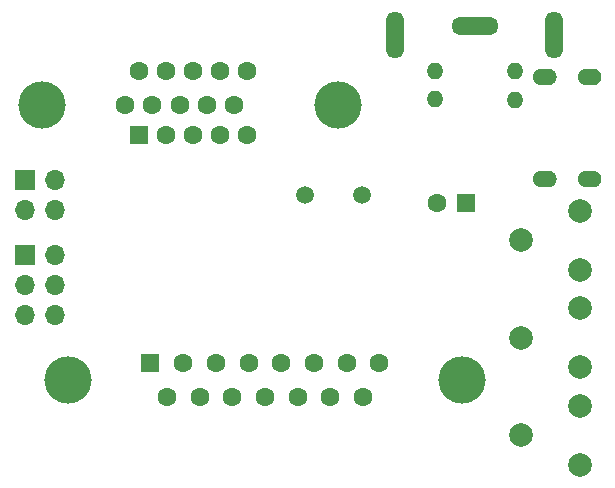
<source format=gbr>
%TF.GenerationSoftware,KiCad,Pcbnew,(6.0.6-0)*%
%TF.CreationDate,2022-10-23T01:51:18+09:00*%
%TF.ProjectId,Subaru,53756261-7275-42e6-9b69-6361645f7063,rev?*%
%TF.SameCoordinates,Original*%
%TF.FileFunction,Soldermask,Top*%
%TF.FilePolarity,Negative*%
%FSLAX46Y46*%
G04 Gerber Fmt 4.6, Leading zero omitted, Abs format (unit mm)*
G04 Created by KiCad (PCBNEW (6.0.6-0)) date 2022-10-23 01:51:18*
%MOMM*%
%LPD*%
G01*
G04 APERTURE LIST*
%ADD10C,0.010000*%
%ADD11C,2.000000*%
%ADD12C,4.000000*%
%ADD13R,1.600000X1.600000*%
%ADD14C,1.600000*%
%ADD15O,1.500000X4.000000*%
%ADD16O,4.000000X1.500000*%
%ADD17O,1.400000X1.400000*%
%ADD18R,1.700000X1.700000*%
%ADD19O,1.700000X1.700000*%
%ADD20C,1.500000*%
G04 APERTURE END LIST*
%TO.C,J3*%
G36*
X153534000Y-79236000D02*
G01*
X153568000Y-79239000D01*
X153602000Y-79243000D01*
X153635000Y-79249000D01*
X153668000Y-79257000D01*
X153701000Y-79267000D01*
X153733000Y-79278000D01*
X153764000Y-79291000D01*
X153795000Y-79306000D01*
X153825000Y-79322000D01*
X153854000Y-79340000D01*
X153882000Y-79359000D01*
X153909000Y-79380000D01*
X153935000Y-79402000D01*
X153960000Y-79425000D01*
X153983000Y-79450000D01*
X154005000Y-79476000D01*
X154026000Y-79503000D01*
X154045000Y-79531000D01*
X154063000Y-79560000D01*
X154079000Y-79590000D01*
X154094000Y-79621000D01*
X154107000Y-79652000D01*
X154118000Y-79684000D01*
X154128000Y-79717000D01*
X154136000Y-79750000D01*
X154142000Y-79783000D01*
X154146000Y-79817000D01*
X154149000Y-79851000D01*
X154150000Y-79885000D01*
X154149000Y-79919000D01*
X154146000Y-79953000D01*
X154142000Y-79987000D01*
X154136000Y-80020000D01*
X154128000Y-80053000D01*
X154118000Y-80086000D01*
X154107000Y-80118000D01*
X154094000Y-80149000D01*
X154079000Y-80180000D01*
X154063000Y-80210000D01*
X154045000Y-80239000D01*
X154026000Y-80267000D01*
X154005000Y-80294000D01*
X153983000Y-80320000D01*
X153960000Y-80345000D01*
X153935000Y-80368000D01*
X153909000Y-80390000D01*
X153882000Y-80411000D01*
X153854000Y-80430000D01*
X153825000Y-80448000D01*
X153795000Y-80464000D01*
X153764000Y-80479000D01*
X153733000Y-80492000D01*
X153701000Y-80503000D01*
X153668000Y-80513000D01*
X153635000Y-80521000D01*
X153602000Y-80527000D01*
X153568000Y-80531000D01*
X153534000Y-80534000D01*
X153500000Y-80535000D01*
X152900000Y-80535000D01*
X152866000Y-80534000D01*
X152832000Y-80531000D01*
X152798000Y-80527000D01*
X152765000Y-80521000D01*
X152732000Y-80513000D01*
X152699000Y-80503000D01*
X152667000Y-80492000D01*
X152636000Y-80479000D01*
X152605000Y-80464000D01*
X152575000Y-80448000D01*
X152546000Y-80430000D01*
X152518000Y-80411000D01*
X152491000Y-80390000D01*
X152465000Y-80368000D01*
X152440000Y-80345000D01*
X152417000Y-80320000D01*
X152395000Y-80294000D01*
X152374000Y-80267000D01*
X152355000Y-80239000D01*
X152337000Y-80210000D01*
X152321000Y-80180000D01*
X152306000Y-80149000D01*
X152293000Y-80118000D01*
X152282000Y-80086000D01*
X152272000Y-80053000D01*
X152264000Y-80020000D01*
X152258000Y-79987000D01*
X152254000Y-79953000D01*
X152251000Y-79919000D01*
X152250000Y-79885000D01*
X152251000Y-79851000D01*
X152254000Y-79817000D01*
X152258000Y-79783000D01*
X152264000Y-79750000D01*
X152272000Y-79717000D01*
X152282000Y-79684000D01*
X152293000Y-79652000D01*
X152306000Y-79621000D01*
X152321000Y-79590000D01*
X152337000Y-79560000D01*
X152355000Y-79531000D01*
X152374000Y-79503000D01*
X152395000Y-79476000D01*
X152417000Y-79450000D01*
X152440000Y-79425000D01*
X152465000Y-79402000D01*
X152491000Y-79380000D01*
X152518000Y-79359000D01*
X152546000Y-79340000D01*
X152575000Y-79322000D01*
X152605000Y-79306000D01*
X152636000Y-79291000D01*
X152667000Y-79278000D01*
X152699000Y-79267000D01*
X152732000Y-79257000D01*
X152765000Y-79249000D01*
X152798000Y-79243000D01*
X152832000Y-79239000D01*
X152866000Y-79236000D01*
X152900000Y-79235000D01*
X153500000Y-79235000D01*
X153534000Y-79236000D01*
G37*
D10*
X153534000Y-79236000D02*
X153568000Y-79239000D01*
X153602000Y-79243000D01*
X153635000Y-79249000D01*
X153668000Y-79257000D01*
X153701000Y-79267000D01*
X153733000Y-79278000D01*
X153764000Y-79291000D01*
X153795000Y-79306000D01*
X153825000Y-79322000D01*
X153854000Y-79340000D01*
X153882000Y-79359000D01*
X153909000Y-79380000D01*
X153935000Y-79402000D01*
X153960000Y-79425000D01*
X153983000Y-79450000D01*
X154005000Y-79476000D01*
X154026000Y-79503000D01*
X154045000Y-79531000D01*
X154063000Y-79560000D01*
X154079000Y-79590000D01*
X154094000Y-79621000D01*
X154107000Y-79652000D01*
X154118000Y-79684000D01*
X154128000Y-79717000D01*
X154136000Y-79750000D01*
X154142000Y-79783000D01*
X154146000Y-79817000D01*
X154149000Y-79851000D01*
X154150000Y-79885000D01*
X154149000Y-79919000D01*
X154146000Y-79953000D01*
X154142000Y-79987000D01*
X154136000Y-80020000D01*
X154128000Y-80053000D01*
X154118000Y-80086000D01*
X154107000Y-80118000D01*
X154094000Y-80149000D01*
X154079000Y-80180000D01*
X154063000Y-80210000D01*
X154045000Y-80239000D01*
X154026000Y-80267000D01*
X154005000Y-80294000D01*
X153983000Y-80320000D01*
X153960000Y-80345000D01*
X153935000Y-80368000D01*
X153909000Y-80390000D01*
X153882000Y-80411000D01*
X153854000Y-80430000D01*
X153825000Y-80448000D01*
X153795000Y-80464000D01*
X153764000Y-80479000D01*
X153733000Y-80492000D01*
X153701000Y-80503000D01*
X153668000Y-80513000D01*
X153635000Y-80521000D01*
X153602000Y-80527000D01*
X153568000Y-80531000D01*
X153534000Y-80534000D01*
X153500000Y-80535000D01*
X152900000Y-80535000D01*
X152866000Y-80534000D01*
X152832000Y-80531000D01*
X152798000Y-80527000D01*
X152765000Y-80521000D01*
X152732000Y-80513000D01*
X152699000Y-80503000D01*
X152667000Y-80492000D01*
X152636000Y-80479000D01*
X152605000Y-80464000D01*
X152575000Y-80448000D01*
X152546000Y-80430000D01*
X152518000Y-80411000D01*
X152491000Y-80390000D01*
X152465000Y-80368000D01*
X152440000Y-80345000D01*
X152417000Y-80320000D01*
X152395000Y-80294000D01*
X152374000Y-80267000D01*
X152355000Y-80239000D01*
X152337000Y-80210000D01*
X152321000Y-80180000D01*
X152306000Y-80149000D01*
X152293000Y-80118000D01*
X152282000Y-80086000D01*
X152272000Y-80053000D01*
X152264000Y-80020000D01*
X152258000Y-79987000D01*
X152254000Y-79953000D01*
X152251000Y-79919000D01*
X152250000Y-79885000D01*
X152251000Y-79851000D01*
X152254000Y-79817000D01*
X152258000Y-79783000D01*
X152264000Y-79750000D01*
X152272000Y-79717000D01*
X152282000Y-79684000D01*
X152293000Y-79652000D01*
X152306000Y-79621000D01*
X152321000Y-79590000D01*
X152337000Y-79560000D01*
X152355000Y-79531000D01*
X152374000Y-79503000D01*
X152395000Y-79476000D01*
X152417000Y-79450000D01*
X152440000Y-79425000D01*
X152465000Y-79402000D01*
X152491000Y-79380000D01*
X152518000Y-79359000D01*
X152546000Y-79340000D01*
X152575000Y-79322000D01*
X152605000Y-79306000D01*
X152636000Y-79291000D01*
X152667000Y-79278000D01*
X152699000Y-79267000D01*
X152732000Y-79257000D01*
X152765000Y-79249000D01*
X152798000Y-79243000D01*
X152832000Y-79239000D01*
X152866000Y-79236000D01*
X152900000Y-79235000D01*
X153500000Y-79235000D01*
X153534000Y-79236000D01*
G36*
X149734000Y-79236000D02*
G01*
X149768000Y-79239000D01*
X149802000Y-79243000D01*
X149835000Y-79249000D01*
X149868000Y-79257000D01*
X149901000Y-79267000D01*
X149933000Y-79278000D01*
X149964000Y-79291000D01*
X149995000Y-79306000D01*
X150025000Y-79322000D01*
X150054000Y-79340000D01*
X150082000Y-79359000D01*
X150109000Y-79380000D01*
X150135000Y-79402000D01*
X150160000Y-79425000D01*
X150183000Y-79450000D01*
X150205000Y-79476000D01*
X150226000Y-79503000D01*
X150245000Y-79531000D01*
X150263000Y-79560000D01*
X150279000Y-79590000D01*
X150294000Y-79621000D01*
X150307000Y-79652000D01*
X150318000Y-79684000D01*
X150328000Y-79717000D01*
X150336000Y-79750000D01*
X150342000Y-79783000D01*
X150346000Y-79817000D01*
X150349000Y-79851000D01*
X150350000Y-79885000D01*
X150349000Y-79919000D01*
X150346000Y-79953000D01*
X150342000Y-79987000D01*
X150336000Y-80020000D01*
X150328000Y-80053000D01*
X150318000Y-80086000D01*
X150307000Y-80118000D01*
X150294000Y-80149000D01*
X150279000Y-80180000D01*
X150263000Y-80210000D01*
X150245000Y-80239000D01*
X150226000Y-80267000D01*
X150205000Y-80294000D01*
X150183000Y-80320000D01*
X150160000Y-80345000D01*
X150135000Y-80368000D01*
X150109000Y-80390000D01*
X150082000Y-80411000D01*
X150054000Y-80430000D01*
X150025000Y-80448000D01*
X149995000Y-80464000D01*
X149964000Y-80479000D01*
X149933000Y-80492000D01*
X149901000Y-80503000D01*
X149868000Y-80513000D01*
X149835000Y-80521000D01*
X149802000Y-80527000D01*
X149768000Y-80531000D01*
X149734000Y-80534000D01*
X149700000Y-80535000D01*
X149100000Y-80535000D01*
X149066000Y-80534000D01*
X149032000Y-80531000D01*
X148998000Y-80527000D01*
X148965000Y-80521000D01*
X148932000Y-80513000D01*
X148899000Y-80503000D01*
X148867000Y-80492000D01*
X148836000Y-80479000D01*
X148805000Y-80464000D01*
X148775000Y-80448000D01*
X148746000Y-80430000D01*
X148718000Y-80411000D01*
X148691000Y-80390000D01*
X148665000Y-80368000D01*
X148640000Y-80345000D01*
X148617000Y-80320000D01*
X148595000Y-80294000D01*
X148574000Y-80267000D01*
X148555000Y-80239000D01*
X148537000Y-80210000D01*
X148521000Y-80180000D01*
X148506000Y-80149000D01*
X148493000Y-80118000D01*
X148482000Y-80086000D01*
X148472000Y-80053000D01*
X148464000Y-80020000D01*
X148458000Y-79987000D01*
X148454000Y-79953000D01*
X148451000Y-79919000D01*
X148450000Y-79885000D01*
X148451000Y-79851000D01*
X148454000Y-79817000D01*
X148458000Y-79783000D01*
X148464000Y-79750000D01*
X148472000Y-79717000D01*
X148482000Y-79684000D01*
X148493000Y-79652000D01*
X148506000Y-79621000D01*
X148521000Y-79590000D01*
X148537000Y-79560000D01*
X148555000Y-79531000D01*
X148574000Y-79503000D01*
X148595000Y-79476000D01*
X148617000Y-79450000D01*
X148640000Y-79425000D01*
X148665000Y-79402000D01*
X148691000Y-79380000D01*
X148718000Y-79359000D01*
X148746000Y-79340000D01*
X148775000Y-79322000D01*
X148805000Y-79306000D01*
X148836000Y-79291000D01*
X148867000Y-79278000D01*
X148899000Y-79267000D01*
X148932000Y-79257000D01*
X148965000Y-79249000D01*
X148998000Y-79243000D01*
X149032000Y-79239000D01*
X149066000Y-79236000D01*
X149100000Y-79235000D01*
X149700000Y-79235000D01*
X149734000Y-79236000D01*
G37*
X149734000Y-79236000D02*
X149768000Y-79239000D01*
X149802000Y-79243000D01*
X149835000Y-79249000D01*
X149868000Y-79257000D01*
X149901000Y-79267000D01*
X149933000Y-79278000D01*
X149964000Y-79291000D01*
X149995000Y-79306000D01*
X150025000Y-79322000D01*
X150054000Y-79340000D01*
X150082000Y-79359000D01*
X150109000Y-79380000D01*
X150135000Y-79402000D01*
X150160000Y-79425000D01*
X150183000Y-79450000D01*
X150205000Y-79476000D01*
X150226000Y-79503000D01*
X150245000Y-79531000D01*
X150263000Y-79560000D01*
X150279000Y-79590000D01*
X150294000Y-79621000D01*
X150307000Y-79652000D01*
X150318000Y-79684000D01*
X150328000Y-79717000D01*
X150336000Y-79750000D01*
X150342000Y-79783000D01*
X150346000Y-79817000D01*
X150349000Y-79851000D01*
X150350000Y-79885000D01*
X150349000Y-79919000D01*
X150346000Y-79953000D01*
X150342000Y-79987000D01*
X150336000Y-80020000D01*
X150328000Y-80053000D01*
X150318000Y-80086000D01*
X150307000Y-80118000D01*
X150294000Y-80149000D01*
X150279000Y-80180000D01*
X150263000Y-80210000D01*
X150245000Y-80239000D01*
X150226000Y-80267000D01*
X150205000Y-80294000D01*
X150183000Y-80320000D01*
X150160000Y-80345000D01*
X150135000Y-80368000D01*
X150109000Y-80390000D01*
X150082000Y-80411000D01*
X150054000Y-80430000D01*
X150025000Y-80448000D01*
X149995000Y-80464000D01*
X149964000Y-80479000D01*
X149933000Y-80492000D01*
X149901000Y-80503000D01*
X149868000Y-80513000D01*
X149835000Y-80521000D01*
X149802000Y-80527000D01*
X149768000Y-80531000D01*
X149734000Y-80534000D01*
X149700000Y-80535000D01*
X149100000Y-80535000D01*
X149066000Y-80534000D01*
X149032000Y-80531000D01*
X148998000Y-80527000D01*
X148965000Y-80521000D01*
X148932000Y-80513000D01*
X148899000Y-80503000D01*
X148867000Y-80492000D01*
X148836000Y-80479000D01*
X148805000Y-80464000D01*
X148775000Y-80448000D01*
X148746000Y-80430000D01*
X148718000Y-80411000D01*
X148691000Y-80390000D01*
X148665000Y-80368000D01*
X148640000Y-80345000D01*
X148617000Y-80320000D01*
X148595000Y-80294000D01*
X148574000Y-80267000D01*
X148555000Y-80239000D01*
X148537000Y-80210000D01*
X148521000Y-80180000D01*
X148506000Y-80149000D01*
X148493000Y-80118000D01*
X148482000Y-80086000D01*
X148472000Y-80053000D01*
X148464000Y-80020000D01*
X148458000Y-79987000D01*
X148454000Y-79953000D01*
X148451000Y-79919000D01*
X148450000Y-79885000D01*
X148451000Y-79851000D01*
X148454000Y-79817000D01*
X148458000Y-79783000D01*
X148464000Y-79750000D01*
X148472000Y-79717000D01*
X148482000Y-79684000D01*
X148493000Y-79652000D01*
X148506000Y-79621000D01*
X148521000Y-79590000D01*
X148537000Y-79560000D01*
X148555000Y-79531000D01*
X148574000Y-79503000D01*
X148595000Y-79476000D01*
X148617000Y-79450000D01*
X148640000Y-79425000D01*
X148665000Y-79402000D01*
X148691000Y-79380000D01*
X148718000Y-79359000D01*
X148746000Y-79340000D01*
X148775000Y-79322000D01*
X148805000Y-79306000D01*
X148836000Y-79291000D01*
X148867000Y-79278000D01*
X148899000Y-79267000D01*
X148932000Y-79257000D01*
X148965000Y-79249000D01*
X148998000Y-79243000D01*
X149032000Y-79239000D01*
X149066000Y-79236000D01*
X149100000Y-79235000D01*
X149700000Y-79235000D01*
X149734000Y-79236000D01*
G36*
X149734000Y-70596000D02*
G01*
X149768000Y-70599000D01*
X149802000Y-70603000D01*
X149835000Y-70609000D01*
X149868000Y-70617000D01*
X149901000Y-70627000D01*
X149933000Y-70638000D01*
X149964000Y-70651000D01*
X149995000Y-70666000D01*
X150025000Y-70682000D01*
X150054000Y-70700000D01*
X150082000Y-70719000D01*
X150109000Y-70740000D01*
X150135000Y-70762000D01*
X150160000Y-70785000D01*
X150183000Y-70810000D01*
X150205000Y-70836000D01*
X150226000Y-70863000D01*
X150245000Y-70891000D01*
X150263000Y-70920000D01*
X150279000Y-70950000D01*
X150294000Y-70981000D01*
X150307000Y-71012000D01*
X150318000Y-71044000D01*
X150328000Y-71077000D01*
X150336000Y-71110000D01*
X150342000Y-71143000D01*
X150346000Y-71177000D01*
X150349000Y-71211000D01*
X150350000Y-71245000D01*
X150349000Y-71279000D01*
X150346000Y-71313000D01*
X150342000Y-71347000D01*
X150336000Y-71380000D01*
X150328000Y-71413000D01*
X150318000Y-71446000D01*
X150307000Y-71478000D01*
X150294000Y-71509000D01*
X150279000Y-71540000D01*
X150263000Y-71570000D01*
X150245000Y-71599000D01*
X150226000Y-71627000D01*
X150205000Y-71654000D01*
X150183000Y-71680000D01*
X150160000Y-71705000D01*
X150135000Y-71728000D01*
X150109000Y-71750000D01*
X150082000Y-71771000D01*
X150054000Y-71790000D01*
X150025000Y-71808000D01*
X149995000Y-71824000D01*
X149964000Y-71839000D01*
X149933000Y-71852000D01*
X149901000Y-71863000D01*
X149868000Y-71873000D01*
X149835000Y-71881000D01*
X149802000Y-71887000D01*
X149768000Y-71891000D01*
X149734000Y-71894000D01*
X149700000Y-71895000D01*
X149100000Y-71895000D01*
X149066000Y-71894000D01*
X149032000Y-71891000D01*
X148998000Y-71887000D01*
X148965000Y-71881000D01*
X148932000Y-71873000D01*
X148899000Y-71863000D01*
X148867000Y-71852000D01*
X148836000Y-71839000D01*
X148805000Y-71824000D01*
X148775000Y-71808000D01*
X148746000Y-71790000D01*
X148718000Y-71771000D01*
X148691000Y-71750000D01*
X148665000Y-71728000D01*
X148640000Y-71705000D01*
X148617000Y-71680000D01*
X148595000Y-71654000D01*
X148574000Y-71627000D01*
X148555000Y-71599000D01*
X148537000Y-71570000D01*
X148521000Y-71540000D01*
X148506000Y-71509000D01*
X148493000Y-71478000D01*
X148482000Y-71446000D01*
X148472000Y-71413000D01*
X148464000Y-71380000D01*
X148458000Y-71347000D01*
X148454000Y-71313000D01*
X148451000Y-71279000D01*
X148450000Y-71245000D01*
X148451000Y-71211000D01*
X148454000Y-71177000D01*
X148458000Y-71143000D01*
X148464000Y-71110000D01*
X148472000Y-71077000D01*
X148482000Y-71044000D01*
X148493000Y-71012000D01*
X148506000Y-70981000D01*
X148521000Y-70950000D01*
X148537000Y-70920000D01*
X148555000Y-70891000D01*
X148574000Y-70863000D01*
X148595000Y-70836000D01*
X148617000Y-70810000D01*
X148640000Y-70785000D01*
X148665000Y-70762000D01*
X148691000Y-70740000D01*
X148718000Y-70719000D01*
X148746000Y-70700000D01*
X148775000Y-70682000D01*
X148805000Y-70666000D01*
X148836000Y-70651000D01*
X148867000Y-70638000D01*
X148899000Y-70627000D01*
X148932000Y-70617000D01*
X148965000Y-70609000D01*
X148998000Y-70603000D01*
X149032000Y-70599000D01*
X149066000Y-70596000D01*
X149100000Y-70595000D01*
X149700000Y-70595000D01*
X149734000Y-70596000D01*
G37*
X149734000Y-70596000D02*
X149768000Y-70599000D01*
X149802000Y-70603000D01*
X149835000Y-70609000D01*
X149868000Y-70617000D01*
X149901000Y-70627000D01*
X149933000Y-70638000D01*
X149964000Y-70651000D01*
X149995000Y-70666000D01*
X150025000Y-70682000D01*
X150054000Y-70700000D01*
X150082000Y-70719000D01*
X150109000Y-70740000D01*
X150135000Y-70762000D01*
X150160000Y-70785000D01*
X150183000Y-70810000D01*
X150205000Y-70836000D01*
X150226000Y-70863000D01*
X150245000Y-70891000D01*
X150263000Y-70920000D01*
X150279000Y-70950000D01*
X150294000Y-70981000D01*
X150307000Y-71012000D01*
X150318000Y-71044000D01*
X150328000Y-71077000D01*
X150336000Y-71110000D01*
X150342000Y-71143000D01*
X150346000Y-71177000D01*
X150349000Y-71211000D01*
X150350000Y-71245000D01*
X150349000Y-71279000D01*
X150346000Y-71313000D01*
X150342000Y-71347000D01*
X150336000Y-71380000D01*
X150328000Y-71413000D01*
X150318000Y-71446000D01*
X150307000Y-71478000D01*
X150294000Y-71509000D01*
X150279000Y-71540000D01*
X150263000Y-71570000D01*
X150245000Y-71599000D01*
X150226000Y-71627000D01*
X150205000Y-71654000D01*
X150183000Y-71680000D01*
X150160000Y-71705000D01*
X150135000Y-71728000D01*
X150109000Y-71750000D01*
X150082000Y-71771000D01*
X150054000Y-71790000D01*
X150025000Y-71808000D01*
X149995000Y-71824000D01*
X149964000Y-71839000D01*
X149933000Y-71852000D01*
X149901000Y-71863000D01*
X149868000Y-71873000D01*
X149835000Y-71881000D01*
X149802000Y-71887000D01*
X149768000Y-71891000D01*
X149734000Y-71894000D01*
X149700000Y-71895000D01*
X149100000Y-71895000D01*
X149066000Y-71894000D01*
X149032000Y-71891000D01*
X148998000Y-71887000D01*
X148965000Y-71881000D01*
X148932000Y-71873000D01*
X148899000Y-71863000D01*
X148867000Y-71852000D01*
X148836000Y-71839000D01*
X148805000Y-71824000D01*
X148775000Y-71808000D01*
X148746000Y-71790000D01*
X148718000Y-71771000D01*
X148691000Y-71750000D01*
X148665000Y-71728000D01*
X148640000Y-71705000D01*
X148617000Y-71680000D01*
X148595000Y-71654000D01*
X148574000Y-71627000D01*
X148555000Y-71599000D01*
X148537000Y-71570000D01*
X148521000Y-71540000D01*
X148506000Y-71509000D01*
X148493000Y-71478000D01*
X148482000Y-71446000D01*
X148472000Y-71413000D01*
X148464000Y-71380000D01*
X148458000Y-71347000D01*
X148454000Y-71313000D01*
X148451000Y-71279000D01*
X148450000Y-71245000D01*
X148451000Y-71211000D01*
X148454000Y-71177000D01*
X148458000Y-71143000D01*
X148464000Y-71110000D01*
X148472000Y-71077000D01*
X148482000Y-71044000D01*
X148493000Y-71012000D01*
X148506000Y-70981000D01*
X148521000Y-70950000D01*
X148537000Y-70920000D01*
X148555000Y-70891000D01*
X148574000Y-70863000D01*
X148595000Y-70836000D01*
X148617000Y-70810000D01*
X148640000Y-70785000D01*
X148665000Y-70762000D01*
X148691000Y-70740000D01*
X148718000Y-70719000D01*
X148746000Y-70700000D01*
X148775000Y-70682000D01*
X148805000Y-70666000D01*
X148836000Y-70651000D01*
X148867000Y-70638000D01*
X148899000Y-70627000D01*
X148932000Y-70617000D01*
X148965000Y-70609000D01*
X148998000Y-70603000D01*
X149032000Y-70599000D01*
X149066000Y-70596000D01*
X149100000Y-70595000D01*
X149700000Y-70595000D01*
X149734000Y-70596000D01*
G36*
X153534000Y-70596000D02*
G01*
X153568000Y-70599000D01*
X153602000Y-70603000D01*
X153635000Y-70609000D01*
X153668000Y-70617000D01*
X153701000Y-70627000D01*
X153733000Y-70638000D01*
X153764000Y-70651000D01*
X153795000Y-70666000D01*
X153825000Y-70682000D01*
X153854000Y-70700000D01*
X153882000Y-70719000D01*
X153909000Y-70740000D01*
X153935000Y-70762000D01*
X153960000Y-70785000D01*
X153983000Y-70810000D01*
X154005000Y-70836000D01*
X154026000Y-70863000D01*
X154045000Y-70891000D01*
X154063000Y-70920000D01*
X154079000Y-70950000D01*
X154094000Y-70981000D01*
X154107000Y-71012000D01*
X154118000Y-71044000D01*
X154128000Y-71077000D01*
X154136000Y-71110000D01*
X154142000Y-71143000D01*
X154146000Y-71177000D01*
X154149000Y-71211000D01*
X154150000Y-71245000D01*
X154149000Y-71279000D01*
X154146000Y-71313000D01*
X154142000Y-71347000D01*
X154136000Y-71380000D01*
X154128000Y-71413000D01*
X154118000Y-71446000D01*
X154107000Y-71478000D01*
X154094000Y-71509000D01*
X154079000Y-71540000D01*
X154063000Y-71570000D01*
X154045000Y-71599000D01*
X154026000Y-71627000D01*
X154005000Y-71654000D01*
X153983000Y-71680000D01*
X153960000Y-71705000D01*
X153935000Y-71728000D01*
X153909000Y-71750000D01*
X153882000Y-71771000D01*
X153854000Y-71790000D01*
X153825000Y-71808000D01*
X153795000Y-71824000D01*
X153764000Y-71839000D01*
X153733000Y-71852000D01*
X153701000Y-71863000D01*
X153668000Y-71873000D01*
X153635000Y-71881000D01*
X153602000Y-71887000D01*
X153568000Y-71891000D01*
X153534000Y-71894000D01*
X153500000Y-71895000D01*
X152900000Y-71895000D01*
X152866000Y-71894000D01*
X152832000Y-71891000D01*
X152798000Y-71887000D01*
X152765000Y-71881000D01*
X152732000Y-71873000D01*
X152699000Y-71863000D01*
X152667000Y-71852000D01*
X152636000Y-71839000D01*
X152605000Y-71824000D01*
X152575000Y-71808000D01*
X152546000Y-71790000D01*
X152518000Y-71771000D01*
X152491000Y-71750000D01*
X152465000Y-71728000D01*
X152440000Y-71705000D01*
X152417000Y-71680000D01*
X152395000Y-71654000D01*
X152374000Y-71627000D01*
X152355000Y-71599000D01*
X152337000Y-71570000D01*
X152321000Y-71540000D01*
X152306000Y-71509000D01*
X152293000Y-71478000D01*
X152282000Y-71446000D01*
X152272000Y-71413000D01*
X152264000Y-71380000D01*
X152258000Y-71347000D01*
X152254000Y-71313000D01*
X152251000Y-71279000D01*
X152250000Y-71245000D01*
X152251000Y-71211000D01*
X152254000Y-71177000D01*
X152258000Y-71143000D01*
X152264000Y-71110000D01*
X152272000Y-71077000D01*
X152282000Y-71044000D01*
X152293000Y-71012000D01*
X152306000Y-70981000D01*
X152321000Y-70950000D01*
X152337000Y-70920000D01*
X152355000Y-70891000D01*
X152374000Y-70863000D01*
X152395000Y-70836000D01*
X152417000Y-70810000D01*
X152440000Y-70785000D01*
X152465000Y-70762000D01*
X152491000Y-70740000D01*
X152518000Y-70719000D01*
X152546000Y-70700000D01*
X152575000Y-70682000D01*
X152605000Y-70666000D01*
X152636000Y-70651000D01*
X152667000Y-70638000D01*
X152699000Y-70627000D01*
X152732000Y-70617000D01*
X152765000Y-70609000D01*
X152798000Y-70603000D01*
X152832000Y-70599000D01*
X152866000Y-70596000D01*
X152900000Y-70595000D01*
X153500000Y-70595000D01*
X153534000Y-70596000D01*
G37*
X153534000Y-70596000D02*
X153568000Y-70599000D01*
X153602000Y-70603000D01*
X153635000Y-70609000D01*
X153668000Y-70617000D01*
X153701000Y-70627000D01*
X153733000Y-70638000D01*
X153764000Y-70651000D01*
X153795000Y-70666000D01*
X153825000Y-70682000D01*
X153854000Y-70700000D01*
X153882000Y-70719000D01*
X153909000Y-70740000D01*
X153935000Y-70762000D01*
X153960000Y-70785000D01*
X153983000Y-70810000D01*
X154005000Y-70836000D01*
X154026000Y-70863000D01*
X154045000Y-70891000D01*
X154063000Y-70920000D01*
X154079000Y-70950000D01*
X154094000Y-70981000D01*
X154107000Y-71012000D01*
X154118000Y-71044000D01*
X154128000Y-71077000D01*
X154136000Y-71110000D01*
X154142000Y-71143000D01*
X154146000Y-71177000D01*
X154149000Y-71211000D01*
X154150000Y-71245000D01*
X154149000Y-71279000D01*
X154146000Y-71313000D01*
X154142000Y-71347000D01*
X154136000Y-71380000D01*
X154128000Y-71413000D01*
X154118000Y-71446000D01*
X154107000Y-71478000D01*
X154094000Y-71509000D01*
X154079000Y-71540000D01*
X154063000Y-71570000D01*
X154045000Y-71599000D01*
X154026000Y-71627000D01*
X154005000Y-71654000D01*
X153983000Y-71680000D01*
X153960000Y-71705000D01*
X153935000Y-71728000D01*
X153909000Y-71750000D01*
X153882000Y-71771000D01*
X153854000Y-71790000D01*
X153825000Y-71808000D01*
X153795000Y-71824000D01*
X153764000Y-71839000D01*
X153733000Y-71852000D01*
X153701000Y-71863000D01*
X153668000Y-71873000D01*
X153635000Y-71881000D01*
X153602000Y-71887000D01*
X153568000Y-71891000D01*
X153534000Y-71894000D01*
X153500000Y-71895000D01*
X152900000Y-71895000D01*
X152866000Y-71894000D01*
X152832000Y-71891000D01*
X152798000Y-71887000D01*
X152765000Y-71881000D01*
X152732000Y-71873000D01*
X152699000Y-71863000D01*
X152667000Y-71852000D01*
X152636000Y-71839000D01*
X152605000Y-71824000D01*
X152575000Y-71808000D01*
X152546000Y-71790000D01*
X152518000Y-71771000D01*
X152491000Y-71750000D01*
X152465000Y-71728000D01*
X152440000Y-71705000D01*
X152417000Y-71680000D01*
X152395000Y-71654000D01*
X152374000Y-71627000D01*
X152355000Y-71599000D01*
X152337000Y-71570000D01*
X152321000Y-71540000D01*
X152306000Y-71509000D01*
X152293000Y-71478000D01*
X152282000Y-71446000D01*
X152272000Y-71413000D01*
X152264000Y-71380000D01*
X152258000Y-71347000D01*
X152254000Y-71313000D01*
X152251000Y-71279000D01*
X152250000Y-71245000D01*
X152251000Y-71211000D01*
X152254000Y-71177000D01*
X152258000Y-71143000D01*
X152264000Y-71110000D01*
X152272000Y-71077000D01*
X152282000Y-71044000D01*
X152293000Y-71012000D01*
X152306000Y-70981000D01*
X152321000Y-70950000D01*
X152337000Y-70920000D01*
X152355000Y-70891000D01*
X152374000Y-70863000D01*
X152395000Y-70836000D01*
X152417000Y-70810000D01*
X152440000Y-70785000D01*
X152465000Y-70762000D01*
X152491000Y-70740000D01*
X152518000Y-70719000D01*
X152546000Y-70700000D01*
X152575000Y-70682000D01*
X152605000Y-70666000D01*
X152636000Y-70651000D01*
X152667000Y-70638000D01*
X152699000Y-70627000D01*
X152732000Y-70617000D01*
X152765000Y-70609000D01*
X152798000Y-70603000D01*
X152832000Y-70599000D01*
X152866000Y-70596000D01*
X152900000Y-70595000D01*
X153500000Y-70595000D01*
X153534000Y-70596000D01*
%TD*%
D11*
%TO.C,RV2*%
X152400000Y-95845000D03*
X147400000Y-93345000D03*
X152400000Y-90845000D03*
%TD*%
D12*
%TO.C,J7*%
X106895000Y-73660000D03*
X131895000Y-73660000D03*
D13*
X115080000Y-76200000D03*
D14*
X117370000Y-76200000D03*
X119660000Y-76200000D03*
X121950000Y-76200000D03*
X124240000Y-76200000D03*
X113935000Y-73660000D03*
X116225000Y-73660000D03*
X118515000Y-73660000D03*
X120805000Y-73660000D03*
X123095000Y-73660000D03*
X115080000Y-70739000D03*
X117370000Y-70739000D03*
X119660000Y-70739000D03*
X121950000Y-70739000D03*
X124240000Y-70739000D03*
%TD*%
D11*
%TO.C,RV3*%
X152400000Y-87590000D03*
X147400000Y-85090000D03*
X152400000Y-82590000D03*
%TD*%
D15*
%TO.C,J5*%
X150260000Y-67744700D03*
X136760000Y-67744700D03*
D16*
X143510000Y-66944700D03*
D17*
X140110000Y-70744700D03*
X146910000Y-70744700D03*
X140110000Y-73144700D03*
X146910000Y-73244700D03*
%TD*%
D18*
%TO.C,J2*%
X105410000Y-86360000D03*
D19*
X107950000Y-86360000D03*
X105410000Y-88900000D03*
X107950000Y-88900000D03*
X105410000Y-91440000D03*
X107950000Y-91440000D03*
%TD*%
D13*
%TO.C,C8*%
X142810100Y-81915000D03*
D14*
X140310100Y-81915000D03*
%TD*%
D18*
%TO.C,J4*%
X105405000Y-80005000D03*
D19*
X107945000Y-80005000D03*
X105405000Y-82545000D03*
X107945000Y-82545000D03*
%TD*%
D20*
%TO.C,Y1*%
X133985000Y-81280000D03*
X129105000Y-81280000D03*
%TD*%
D12*
%TO.C,J1*%
X109100000Y-96959700D03*
X142400000Y-96959700D03*
D13*
X116055000Y-95539700D03*
D14*
X118825000Y-95539700D03*
X121595000Y-95539700D03*
X124365000Y-95539700D03*
X127135000Y-95539700D03*
X129905000Y-95539700D03*
X132675000Y-95539700D03*
X135445000Y-95539700D03*
X117440000Y-98379700D03*
X120210000Y-98379700D03*
X122980000Y-98379700D03*
X125750000Y-98379700D03*
X128520000Y-98379700D03*
X131290000Y-98379700D03*
X134060000Y-98379700D03*
%TD*%
D11*
%TO.C,RV1*%
X152440000Y-104100000D03*
X147440000Y-101600000D03*
X152440000Y-99100000D03*
%TD*%
M02*

</source>
